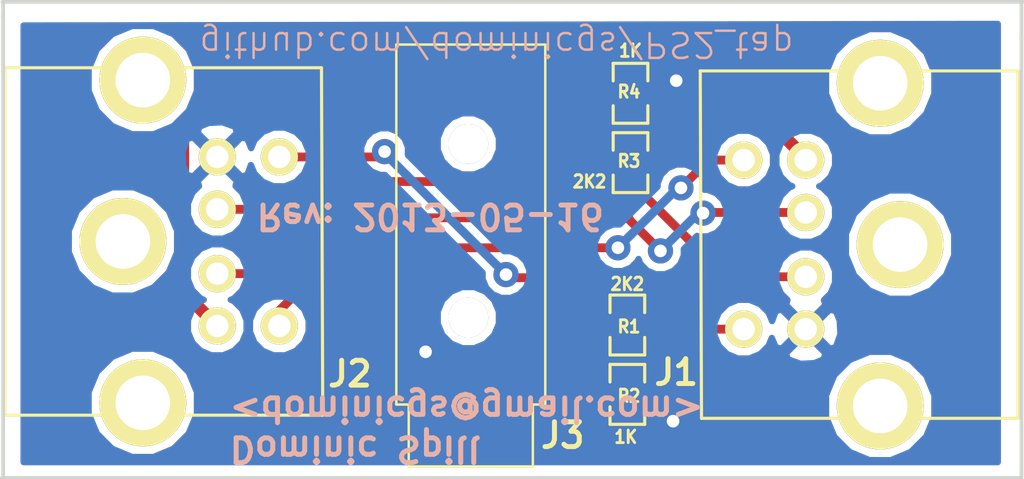
<source format=kicad_pcb>
(kicad_pcb (version 3) (host pcbnew "(2013-mar-13)-testing")

  (general
    (links 15)
    (no_connects 0)
    (area 179.590699 114.282334 260.323 174.028)
    (thickness 1.6)
    (drawings 12)
    (tracks 58)
    (zones 0)
    (modules 7)
    (nets 9)
  )

  (page A3)
  (layers
    (15 F.Cu signal)
    (0 B.Cu signal)
    (16 B.Adhes user)
    (17 F.Adhes user)
    (18 B.Paste user)
    (19 F.Paste user)
    (20 B.SilkS user)
    (21 F.SilkS user)
    (22 B.Mask user)
    (23 F.Mask user)
    (24 Dwgs.User user)
    (25 Cmts.User user)
    (26 Eco1.User user)
    (27 Eco2.User user)
    (28 Edge.Cuts user)
  )

  (setup
    (last_trace_width 0.3556)
    (trace_clearance 0.254)
    (zone_clearance 0.3048)
    (zone_45_only no)
    (trace_min 0.254)
    (segment_width 0.2)
    (edge_width 0.15)
    (via_size 1.016)
    (via_drill 0.508)
    (via_min_size 0.889)
    (via_min_drill 0.508)
    (uvia_size 0.508)
    (uvia_drill 0.127)
    (uvias_allowed no)
    (uvia_min_size 0.508)
    (uvia_min_drill 0.127)
    (pcb_text_width 0.3)
    (pcb_text_size 1.5 1.5)
    (mod_edge_width 0.15)
    (mod_text_size 1.5 1.5)
    (mod_text_width 0.15)
    (pad_size 1.4 1.4)
    (pad_drill 0.6)
    (pad_to_mask_clearance 0.2)
    (aux_axis_origin 0 0)
    (visible_elements FFFFFF7F)
    (pcbplotparams
      (layerselection 284196865)
      (usegerberextensions true)
      (excludeedgelayer true)
      (linewidth 152400)
      (plotframeref false)
      (viasonmask false)
      (mode 1)
      (useauxorigin false)
      (hpglpennumber 1)
      (hpglpenspeed 20)
      (hpglpendiameter 15)
      (hpglpenoverlay 2)
      (psnegative false)
      (psa4output false)
      (plotreference true)
      (plotvalue true)
      (plotothertext true)
      (plotinvisibletext false)
      (padsonsilk false)
      (subtractmaskfromsilk true)
      (outputformat 1)
      (mirror false)
      (drillshape 0)
      (scaleselection 1)
      (outputdirectory gerbers/))
  )

  (net 0 "")
  (net 1 /CLK)
  (net 2 /CLK_OUT)
  (net 3 /DATA)
  (net 4 /DATA_OUT)
  (net 5 /M_CLK)
  (net 6 /M_DATA)
  (net 7 /VCC)
  (net 8 GND)

  (net_class Default "This is the default net class."
    (clearance 0.254)
    (trace_width 0.3556)
    (via_dia 1.016)
    (via_drill 0.508)
    (uvia_dia 0.508)
    (uvia_drill 0.127)
    (add_net "")
    (add_net /CLK)
    (add_net /CLK_OUT)
    (add_net /DATA)
    (add_net /DATA_OUT)
    (add_net /M_CLK)
    (add_net /M_DATA)
  )

  (net_class Power ""
    (clearance 0.254)
    (trace_width 0.508)
    (via_dia 1.016)
    (via_drill 0.508)
    (uvia_dia 0.508)
    (uvia_drill 0.127)
    (add_net /VCC)
    (add_net GND)
  )

  (module MD-6006 (layer F.Cu) (tedit 5191830A) (tstamp 519137EB)
    (at 184.658 127 90)
    (path /50935B42)
    (attr virtual)
    (fp_text reference J2 (at -4.17322 4.6228 90) (layer B.SilkS) hide
      (effects (font (size 0.8128 0.8128) (thickness 0.0889)))
    )
    (fp_text value MINI_DIN_6 (at 2.68478 4.66344 90) (layer B.SilkS) hide
      (effects (font (size 0.8128 0.8128) (thickness 0.0889)))
    )
    (fp_line (start 6.9977 -4.7498) (end -6.9977 -4.7498) (layer F.SilkS) (width 0.127))
    (fp_line (start -6.9977 -4.7498) (end -6.9977 -0.24892) (layer F.SilkS) (width 0.127))
    (fp_line (start -6.9977 -0.24892) (end -6.9977 8.04926) (layer F.SilkS) (width 0.127))
    (fp_line (start -6.9977 8.04926) (end 6.9977 7.99846) (layer F.SilkS) (width 0.127))
    (fp_line (start 6.9977 7.99846) (end 6.9977 1.74752) (layer F.SilkS) (width 0.127))
    (fp_line (start 6.9977 1.74752) (end 6.9977 -0.24892) (layer F.SilkS) (width 0.127))
    (fp_line (start 6.9977 -0.24892) (end 6.9977 -4.7498) (layer F.SilkS) (width 0.127))
    (fp_text user VAL (at -1.98 -6.21 90) (layer B.SilkS) hide
      (effects (font (size 1.5 1.5) (thickness 0.02)))
    )
    (pad "" thru_hole circle (at 6.5 0.8 90) (size 3.5 3.5) (drill 2.2)
      (layers *.Cu F.SilkS F.Mask)
    )
    (pad "" thru_hole circle (at 0 0 90) (size 3.5 3.5) (drill 2.2)
      (layers *.Cu F.SilkS F.Mask)
    )
    (pad "" thru_hole circle (at -6.5 0.8 90) (size 3.5 3.5) (drill 2.2)
      (layers *.Cu F.SilkS F.Mask)
    )
    (pad 4 thru_hole circle (at -3.405 3.8 90) (size 1.5 1.5) (drill 0.9)
      (layers *.Cu *.Mask F.SilkS)
      (net 7 /VCC)
    )
    (pad 5 thru_hole circle (at 3.405 6.3 90) (size 1.5 1.5) (drill 0.9)
      (layers *.Cu *.Mask F.SilkS)
      (net 1 /CLK)
    )
    (pad 6 thru_hole circle (at -3.405 6.3 90) (size 1.5 1.5) (drill 0.9)
      (layers *.Cu *.Mask F.SilkS)
      (net 5 /M_CLK)
    )
    (pad 1 thru_hole circle (at 1.295 3.8 90) (size 1.5 1.5) (drill 0.9)
      (layers *.Cu *.Mask F.SilkS)
      (net 3 /DATA)
    )
    (pad 2 thru_hole circle (at -1.295 3.8 90) (size 1.5 1.5) (drill 0.9)
      (layers *.Cu *.Mask F.SilkS)
      (net 6 /M_DATA)
    )
    (pad 3 thru_hole circle (at 3.405 3.8 90) (size 1.5 1.5) (drill 0.9)
      (layers *.Cu *.Mask F.SilkS)
      (net 8 GND)
    )
  )

  (module MD-6006 (layer F.Cu) (tedit 5191826B) (tstamp 519137D5)
    (at 215.9635 127.127 270)
    (path /50935B3B)
    (attr virtual)
    (fp_text reference J1 (at -4.17322 4.6228 270) (layer B.SilkS) hide
      (effects (font (size 0.8128 0.8128) (thickness 0.0889)))
    )
    (fp_text value MINI_DIN_6 (at 2.68478 4.66344 270) (layer B.SilkS) hide
      (effects (font (size 0.8128 0.8128) (thickness 0.0889)))
    )
    (fp_line (start 6.9977 -4.7498) (end -6.9977 -4.7498) (layer F.SilkS) (width 0.127))
    (fp_line (start -6.9977 -4.7498) (end -6.9977 -0.24892) (layer F.SilkS) (width 0.127))
    (fp_line (start -6.9977 -0.24892) (end -6.9977 8.04926) (layer F.SilkS) (width 0.127))
    (fp_line (start -6.9977 8.04926) (end 6.9977 7.99846) (layer F.SilkS) (width 0.127))
    (fp_line (start 6.9977 7.99846) (end 6.9977 1.74752) (layer F.SilkS) (width 0.127))
    (fp_line (start 6.9977 1.74752) (end 6.9977 -0.24892) (layer F.SilkS) (width 0.127))
    (fp_line (start 6.9977 -0.24892) (end 6.9977 -4.7498) (layer F.SilkS) (width 0.127))
    (fp_text user VAL (at -1.98 -6.21 270) (layer B.SilkS) hide
      (effects (font (size 1.5 1.5) (thickness 0.02)))
    )
    (pad "" thru_hole circle (at 6.5 0.8 270) (size 3.5 3.5) (drill 2.2)
      (layers *.Cu F.SilkS F.Mask)
    )
    (pad "" thru_hole circle (at 0 0 270) (size 3.5 3.5) (drill 2.2)
      (layers *.Cu F.SilkS F.Mask)
    )
    (pad "" thru_hole circle (at -6.5 0.8 270) (size 3.5 3.5) (drill 2.2)
      (layers *.Cu F.SilkS F.Mask)
    )
    (pad 4 thru_hole circle (at -3.405 3.8 270) (size 1.5 1.5) (drill 0.9)
      (layers *.Cu *.Mask F.SilkS)
      (net 7 /VCC)
    )
    (pad 5 thru_hole circle (at 3.405 6.3 270) (size 1.5 1.5) (drill 0.9)
      (layers *.Cu *.Mask F.SilkS)
      (net 1 /CLK)
    )
    (pad 6 thru_hole circle (at -3.405 6.3 270) (size 1.5 1.5) (drill 0.9)
      (layers *.Cu *.Mask F.SilkS)
      (net 5 /M_CLK)
    )
    (pad 1 thru_hole circle (at 1.295 3.8 270) (size 1.5 1.5) (drill 0.9)
      (layers *.Cu *.Mask F.SilkS)
      (net 3 /DATA)
    )
    (pad 2 thru_hole circle (at -1.295 3.8 270) (size 1.5 1.5) (drill 0.9)
      (layers *.Cu *.Mask F.SilkS)
      (net 6 /M_DATA)
    )
    (pad 3 thru_hole circle (at 3.405 3.8 270) (size 1.5 1.5) (drill 0.9)
      (layers *.Cu *.Mask F.SilkS)
      (net 8 GND)
    )
  )

  (module SM0603_Resistor (layer F.Cu) (tedit 51943E18) (tstamp 51943E4E)
    (at 204.978 130.3655 270)
    (path /518F3957)
    (attr smd)
    (fp_text reference R1 (at 0.0635 -0.0635 360) (layer F.SilkS)
      (effects (font (size 0.50038 0.4572) (thickness 0.1143)))
    )
    (fp_text value 2K2 (at -1.651 0 360) (layer F.SilkS)
      (effects (font (size 0.508 0.4572) (thickness 0.1143)))
    )
    (fp_line (start -0.50038 -0.6985) (end -1.2065 -0.6985) (layer F.SilkS) (width 0.127))
    (fp_line (start -1.2065 -0.6985) (end -1.2065 0.6985) (layer F.SilkS) (width 0.127))
    (fp_line (start -1.2065 0.6985) (end -0.50038 0.6985) (layer F.SilkS) (width 0.127))
    (fp_line (start 1.2065 -0.6985) (end 0.50038 -0.6985) (layer F.SilkS) (width 0.127))
    (fp_line (start 1.2065 -0.6985) (end 1.2065 0.6985) (layer F.SilkS) (width 0.127))
    (fp_line (start 1.2065 0.6985) (end 0.50038 0.6985) (layer F.SilkS) (width 0.127))
    (pad 1 smd rect (at -0.762 0 270) (size 0.635 1.143)
      (layers F.Cu F.Paste F.Mask)
      (net 1 /CLK)
    )
    (pad 2 smd rect (at 0.762 0 270) (size 0.635 1.143)
      (layers F.Cu F.Paste F.Mask)
      (net 2 /CLK_OUT)
    )
    (model smd\resistors\R0603.wrl
      (at (xyz 0 0 0.001))
      (scale (xyz 0.5 0.5 0.5))
      (rotate (xyz 0 0 0))
    )
  )

  (module SM0603_Resistor (layer F.Cu) (tedit 51943E1C) (tstamp 51943E41)
    (at 204.978 133.1595 270)
    (path /518F3966)
    (attr smd)
    (fp_text reference R2 (at 0.0635 -0.0635 360) (layer F.SilkS)
      (effects (font (size 0.50038 0.4572) (thickness 0.1143)))
    )
    (fp_text value 1K (at 1.7145 0.0635 360) (layer F.SilkS)
      (effects (font (size 0.508 0.4572) (thickness 0.1143)))
    )
    (fp_line (start -0.50038 -0.6985) (end -1.2065 -0.6985) (layer F.SilkS) (width 0.127))
    (fp_line (start -1.2065 -0.6985) (end -1.2065 0.6985) (layer F.SilkS) (width 0.127))
    (fp_line (start -1.2065 0.6985) (end -0.50038 0.6985) (layer F.SilkS) (width 0.127))
    (fp_line (start 1.2065 -0.6985) (end 0.50038 -0.6985) (layer F.SilkS) (width 0.127))
    (fp_line (start 1.2065 -0.6985) (end 1.2065 0.6985) (layer F.SilkS) (width 0.127))
    (fp_line (start 1.2065 0.6985) (end 0.50038 0.6985) (layer F.SilkS) (width 0.127))
    (pad 1 smd rect (at -0.762 0 270) (size 0.635 1.143)
      (layers F.Cu F.Paste F.Mask)
      (net 2 /CLK_OUT)
    )
    (pad 2 smd rect (at 0.762 0 270) (size 0.635 1.143)
      (layers F.Cu F.Paste F.Mask)
      (net 8 GND)
    )
    (model smd\resistors\R0603.wrl
      (at (xyz 0 0 0.001))
      (scale (xyz 0.5 0.5 0.5))
      (rotate (xyz 0 0 0))
    )
  )

  (module SM0603_Resistor (layer F.Cu) (tedit 51944DB0) (tstamp 51913831)
    (at 205.105 123.825 90)
    (path /518F3975)
    (attr smd)
    (fp_text reference R3 (at 0.0635 -0.0635 180) (layer F.SilkS)
      (effects (font (size 0.50038 0.4572) (thickness 0.1143)))
    )
    (fp_text value 2K2 (at -0.762 -1.651 180) (layer F.SilkS)
      (effects (font (size 0.508 0.4572) (thickness 0.1143)))
    )
    (fp_line (start -0.50038 -0.6985) (end -1.2065 -0.6985) (layer F.SilkS) (width 0.127))
    (fp_line (start -1.2065 -0.6985) (end -1.2065 0.6985) (layer F.SilkS) (width 0.127))
    (fp_line (start -1.2065 0.6985) (end -0.50038 0.6985) (layer F.SilkS) (width 0.127))
    (fp_line (start 1.2065 -0.6985) (end 0.50038 -0.6985) (layer F.SilkS) (width 0.127))
    (fp_line (start 1.2065 -0.6985) (end 1.2065 0.6985) (layer F.SilkS) (width 0.127))
    (fp_line (start 1.2065 0.6985) (end 0.50038 0.6985) (layer F.SilkS) (width 0.127))
    (pad 1 smd rect (at -0.762 0 90) (size 0.635 1.143)
      (layers F.Cu F.Paste F.Mask)
      (net 3 /DATA)
    )
    (pad 2 smd rect (at 0.762 0 90) (size 0.635 1.143)
      (layers F.Cu F.Paste F.Mask)
      (net 4 /DATA_OUT)
    )
    (model smd\resistors\R0603.wrl
      (at (xyz 0 0 0.001))
      (scale (xyz 0.5 0.5 0.5))
      (rotate (xyz 0 0 0))
    )
  )

  (module SM0603_Resistor (layer F.Cu) (tedit 51944A65) (tstamp 5191383D)
    (at 205.105 121.031 90)
    (path /518F3BBF)
    (attr smd)
    (fp_text reference R4 (at 0.0635 -0.0635 180) (layer F.SilkS)
      (effects (font (size 0.50038 0.4572) (thickness 0.1143)))
    )
    (fp_text value 1K (at 1.7145 0 180) (layer F.SilkS)
      (effects (font (size 0.508 0.4572) (thickness 0.1143)))
    )
    (fp_line (start -0.50038 -0.6985) (end -1.2065 -0.6985) (layer F.SilkS) (width 0.127))
    (fp_line (start -1.2065 -0.6985) (end -1.2065 0.6985) (layer F.SilkS) (width 0.127))
    (fp_line (start -1.2065 0.6985) (end -0.50038 0.6985) (layer F.SilkS) (width 0.127))
    (fp_line (start 1.2065 -0.6985) (end 0.50038 -0.6985) (layer F.SilkS) (width 0.127))
    (fp_line (start 1.2065 -0.6985) (end 1.2065 0.6985) (layer F.SilkS) (width 0.127))
    (fp_line (start 1.2065 0.6985) (end 0.50038 0.6985) (layer F.SilkS) (width 0.127))
    (pad 1 smd rect (at -0.762 0 90) (size 0.635 1.143)
      (layers F.Cu F.Paste F.Mask)
      (net 4 /DATA_OUT)
    )
    (pad 2 smd rect (at 0.762 0 90) (size 0.635 1.143)
      (layers F.Cu F.Paste F.Mask)
      (net 8 GND)
    )
    (model smd\resistors\R0603.wrl
      (at (xyz 0 0 0.001))
      (scale (xyz 0.5 0.5 0.5))
      (rotate (xyz 0 0 0))
    )
  )

  (module JACK_35MM_NO_SWITCH (layer F.Cu) (tedit 51917F89) (tstamp 51916E0D)
    (at 198.501 126.238 90)
    (path /518F420F)
    (fp_text reference J3 (at -0.04 7.77 90) (layer F.SilkS) hide
      (effects (font (size 1.5 1.5) (thickness 0.15)))
    )
    (fp_text value JACK_NO_SWITCH (at -0.04 -6.45 90) (layer F.SilkS) hide
      (effects (font (size 1.5 1.5) (thickness 0.15)))
    )
    (fp_line (start 7.17 -2.83) (end 7.17 3.17) (layer F.SilkS) (width 0.1))
    (fp_line (start -7.33 3.17) (end 7.17 3.17) (layer F.SilkS) (width 0.1))
    (fp_line (start -7.33 -2.83) (end 7.17 -2.83) (layer F.SilkS) (width 0.1))
    (fp_line (start -7.33 2.67) (end -7.33 3.17) (layer F.SilkS) (width 0.1))
    (fp_line (start -7.33 -2.33) (end -7.33 -2.83) (layer F.SilkS) (width 0.1))
    (fp_line (start -9.83 -2.33) (end -7.33 -2.33) (layer F.SilkS) (width 0.1))
    (fp_line (start -9.83 2.67) (end -7.33 2.67) (layer F.SilkS) (width 0.1))
    (fp_line (start -9.83 2.67) (end -9.83 -2.33) (layer F.SilkS) (width 0.1))
    (pad 1 smd rect (at -3.23 -3.53 90) (size 2.4 2.4)
      (layers F.Cu F.Paste F.Mask)
      (net 8 GND)
    )
    (pad 2 smd rect (at 4.37 3.72 90) (size 2.9 2.9)
      (layers F.Cu F.Paste F.Mask)
      (net 4 /DATA_OUT)
    )
    (pad 3 smd rect (at -4.93 3.87 90) (size 2.4 2.4)
      (layers F.Cu F.Paste F.Mask)
      (net 2 /CLK_OUT)
    )
    (pad "" thru_hole circle (at -3.83 0.07 90) (size 1.6 1.6) (drill 1.6)
      (layers *.Cu *.Mask F.SilkS)
    )
    (pad "" thru_hole circle (at 3.17 0.07 90) (size 1.6 1.6) (drill 1.6)
      (layers *.Cu *.Mask F.SilkS)
    )
  )

  (gr_text github.com/dominicgs/PS2_tap (at 199.7075 119.0625 180) (layer B.SilkS)
    (effects (font (size 1 1) (thickness 0.1)) (justify mirror))
  )
  (gr_text "Rev: 2013-05-16" (at 197.0405 125.984 180) (layer B.SilkS)
    (effects (font (size 1 1) (thickness 0.2)) (justify mirror))
  )
  (gr_text "Dominic Spill\n<dominicgs@gmail.com>" (at 188.849 134.5565 180) (layer B.SilkS) (tstamp 519450EA)
    (effects (font (size 1 1) (thickness 0.2)) (justify left mirror))
  )
  (gr_text J3 (at 202.3745 134.8105) (layer F.SilkS)
    (effects (font (size 1 1) (thickness 0.2)))
  )
  (gr_text J2 (at 193.802 132.334) (layer F.SilkS)
    (effects (font (size 1 1) (thickness 0.2)))
  )
  (gr_text J1 (at 206.9465 132.2705) (layer F.SilkS)
    (effects (font (size 1 1) (thickness 0.2)))
  )
  (gr_line (start 179.832 117.983) (end 179.832 117.348) (angle 90) (layer Edge.Cuts) (width 0.15))
  (gr_line (start 220.8365 136.525) (end 179.7812 136.525) (angle 90) (layer Edge.Cuts) (width 0.15))
  (gr_line (start 220.853 118.872) (end 220.853 117.348) (angle 90) (layer Edge.Cuts) (width 0.15))
  (gr_line (start 179.8 117.348) (end 220.9 117.348) (angle 90) (layer Edge.Cuts) (width 0.15))
  (gr_line (start 179.832 136.525) (end 179.832 117.856) (angle 90) (layer Edge.Cuts) (width 0.15))
  (gr_line (start 220.853 118.745) (end 220.853 136.525) (angle 90) (layer Edge.Cuts) (width 0.15))

  (segment (start 204.978 129.6035) (end 203.835 128.4605) (width 0.3556) (layer F.Cu) (net 1) (status 10))
  (segment (start 203.835 128.4605) (end 200.2155 128.4605) (width 0.3556) (layer F.Cu) (net 1) (tstamp 51944EAD))
  (segment (start 200.2155 128.4605) (end 200.0885 128.3335) (width 0.3556) (layer F.Cu) (net 1) (tstamp 51944EB1))
  (via (at 200.0885 128.3335) (size 1.016) (layers F.Cu B.Cu) (net 1))
  (segment (start 200.0885 128.3335) (end 195.199 123.444) (width 0.3556) (layer B.Cu) (net 1) (tstamp 51944EB5))
  (segment (start 195.199 123.444) (end 195.199 123.3805) (width 0.3556) (layer B.Cu) (net 1) (tstamp 51944EB6))
  (via (at 195.199 123.3805) (size 1.016) (layers F.Cu B.Cu) (net 1))
  (segment (start 195.199 123.3805) (end 194.9845 123.595) (width 0.3556) (layer F.Cu) (net 1) (tstamp 51944EB9))
  (segment (start 194.9845 123.595) (end 190.958 123.595) (width 0.3556) (layer F.Cu) (net 1) (tstamp 51944EBA) (status 20))
  (segment (start 209.6635 130.532) (end 205.9065 130.532) (width 0.3556) (layer F.Cu) (net 1) (status 10))
  (segment (start 205.9065 130.532) (end 204.978 129.6035) (width 0.3556) (layer F.Cu) (net 1) (tstamp 51944CDF) (status 20))
  (segment (start 202.371 131.168) (end 204.9375 131.168) (width 0.3556) (layer F.Cu) (net 2) (status 30))
  (segment (start 204.9375 131.168) (end 204.978 131.2085) (width 0.3556) (layer F.Cu) (net 2) (tstamp 51943FF9) (status 30))
  (segment (start 204.978 131.2085) (end 204.978 132.3975) (width 0.3556) (layer F.Cu) (net 2) (tstamp 51943FFB) (status 30))
  (segment (start 205.105 124.587) (end 192.2145 124.587) (width 0.3556) (layer F.Cu) (net 3) (status 10))
  (segment (start 192.2145 124.587) (end 191.0965 125.705) (width 0.3556) (layer F.Cu) (net 3) (tstamp 51944DF7))
  (segment (start 191.0965 125.705) (end 188.458 125.705) (width 0.3556) (layer F.Cu) (net 3) (tstamp 51944DFA) (status 20))
  (segment (start 212.1635 128.422) (end 208.94 128.422) (width 0.3556) (layer F.Cu) (net 3) (status 10))
  (segment (start 208.94 128.422) (end 205.105 124.587) (width 0.3556) (layer F.Cu) (net 3) (tstamp 51944DE0) (status 20))
  (segment (start 202.221 121.868) (end 205.03 121.868) (width 0.3556) (layer F.Cu) (net 4) (status 30))
  (segment (start 205.03 121.868) (end 205.105 121.943) (width 0.3556) (layer F.Cu) (net 4) (tstamp 51944ED4) (status 30))
  (segment (start 205.105 121.943) (end 205.105 123.063) (width 0.3556) (layer F.Cu) (net 4) (tstamp 51944ED7) (status 30))
  (segment (start 190.958 130.405) (end 190.958 129.7805) (width 0.3556) (layer F.Cu) (net 5) (status 30))
  (segment (start 190.958 129.7805) (end 193.4845 127.254) (width 0.3556) (layer F.Cu) (net 5) (tstamp 51944E77) (status 10))
  (segment (start 193.4845 127.254) (end 204.597 127.254) (width 0.3556) (layer F.Cu) (net 5) (tstamp 51944E7A))
  (via (at 204.597 127.254) (size 1.016) (layers F.Cu B.Cu) (net 5))
  (segment (start 204.597 127.254) (end 207.01 124.841) (width 0.3556) (layer B.Cu) (net 5) (tstamp 51944E83))
  (segment (start 207.01 124.841) (end 207.137 124.841) (width 0.3556) (layer B.Cu) (net 5) (tstamp 51944E84))
  (via (at 207.137 124.841) (size 1.016) (layers F.Cu B.Cu) (net 5))
  (segment (start 207.137 124.841) (end 208.256 123.722) (width 0.3556) (layer F.Cu) (net 5) (tstamp 51944E86))
  (segment (start 208.256 123.722) (end 209.6635 123.722) (width 0.3556) (layer F.Cu) (net 5) (tstamp 51944E87) (status 20))
  (segment (start 205.0415 126.0475) (end 205.0415 126.111) (width 0.3556) (layer F.Cu) (net 6))
  (segment (start 205.0415 126.111) (end 206.3115 127.381) (width 0.3556) (layer F.Cu) (net 6) (tstamp 51944E8B))
  (via (at 206.3115 127.381) (size 1.016) (layers F.Cu B.Cu) (net 6))
  (segment (start 206.3115 127.381) (end 207.8355 125.857) (width 0.3556) (layer B.Cu) (net 6) (tstamp 51944E8D))
  (segment (start 207.8355 125.857) (end 208.026 125.857) (width 0.3556) (layer B.Cu) (net 6) (tstamp 51944E8E))
  (via (at 208.026 125.857) (size 1.016) (layers F.Cu B.Cu) (net 6))
  (segment (start 208.026 125.857) (end 208.051 125.832) (width 0.3556) (layer F.Cu) (net 6) (tstamp 51944E91))
  (segment (start 208.051 125.832) (end 212.1635 125.832) (width 0.3556) (layer F.Cu) (net 6) (tstamp 51944E92) (status 20))
  (segment (start 188.458 128.295) (end 190.348 128.295) (width 0.3556) (layer F.Cu) (net 6) (status 10))
  (segment (start 190.348 128.295) (end 192.5955 126.0475) (width 0.3556) (layer F.Cu) (net 6) (tstamp 51944E0C))
  (segment (start 192.5955 126.0475) (end 205.0415 126.0475) (width 0.3556) (layer F.Cu) (net 6) (tstamp 51944E10))
  (segment (start 212.1635 123.722) (end 212.1635 123.6445) (width 0.508) (layer F.Cu) (net 7) (status 30))
  (segment (start 212.1635 123.6445) (end 207.772 119.253) (width 0.508) (layer F.Cu) (net 7) (tstamp 51944CD3) (status 10))
  (segment (start 190.373 119.253) (end 207.772 119.253) (width 0.508) (layer F.Cu) (net 7))
  (segment (start 190.373 119.253) (end 187.071 122.555) (width 0.508) (layer F.Cu) (net 7) (tstamp 51918027))
  (segment (start 187.071 122.555) (end 187.071 129.018) (width 0.508) (layer F.Cu) (net 7) (tstamp 5191802F))
  (segment (start 188.458 130.405) (end 187.071 129.018) (width 0.508) (layer F.Cu) (net 7) (tstamp 51918039) (status 10))
  (segment (start 204.978 133.9215) (end 206.502 133.9215) (width 0.508) (layer F.Cu) (net 8) (status 10))
  (segment (start 206.502 133.9215) (end 206.8195 134.239) (width 0.508) (layer F.Cu) (net 8) (tstamp 51944199))
  (via (at 206.8195 134.239) (size 1.016) (layers F.Cu B.Cu) (net 8))
  (segment (start 205.105 120.269) (end 206.6925 120.269) (width 0.508) (layer F.Cu) (net 8) (status 10))
  (segment (start 206.6925 120.269) (end 206.9465 120.523) (width 0.508) (layer F.Cu) (net 8) (tstamp 5194418D))
  (via (at 206.9465 120.523) (size 1.016) (layers F.Cu B.Cu) (net 8))
  (segment (start 194.971 129.468) (end 194.971 129.566) (width 0.508) (layer F.Cu) (net 8) (status 30))
  (segment (start 194.971 129.566) (end 196.85 131.445) (width 0.508) (layer F.Cu) (net 8) (tstamp 51942AE1) (status 10))
  (via (at 196.85 131.445) (size 1.016) (layers F.Cu B.Cu) (net 8))
  (segment (start 194.971 129.341) (end 194.971 129.693) (width 0.3556) (layer F.Cu) (net 8) (status 30))

  (zone (net 8) (net_name GND) (layer B.Cu) (tstamp 51944C8D) (hatch edge 0.508)
    (connect_pads (clearance 0.3048))
    (min_thickness 0.254)
    (fill (arc_segments 16) (thermal_gap 0.508) (thermal_bridge_width 0.508))
    (polygon
      (pts
        (xy 180.5305 136.017) (xy 220.0275 136.017) (xy 220.0275 118.11) (xy 180.5305 118.1735) (xy 180.5305 119.0625)
      )
    )
    (filled_polygon
      (pts
        (xy 219.9005 135.89) (xy 218.145677 135.89) (xy 218.145677 126.694917) (xy 217.814218 125.892725) (xy 217.345677 125.423364)
        (xy 217.345677 120.194917) (xy 217.014218 119.392725) (xy 216.401004 118.778439) (xy 215.599391 118.445581) (xy 214.731417 118.444823)
        (xy 213.929225 118.776282) (xy 213.314939 119.389496) (xy 212.982081 120.191109) (xy 212.981323 121.059083) (xy 213.312782 121.861275)
        (xy 213.925996 122.475561) (xy 214.727609 122.808419) (xy 215.595583 122.809177) (xy 216.397775 122.477718) (xy 217.012061 121.864504)
        (xy 217.344919 121.062891) (xy 217.345677 120.194917) (xy 217.345677 125.423364) (xy 217.201004 125.278439) (xy 216.399391 124.945581)
        (xy 215.531417 124.944823) (xy 214.729225 125.276282) (xy 214.114939 125.889496) (xy 213.782081 126.691109) (xy 213.781323 127.559083)
        (xy 214.112782 128.361275) (xy 214.725996 128.975561) (xy 215.527609 129.308419) (xy 216.395583 129.309177) (xy 217.197775 128.977718)
        (xy 217.812061 128.364504) (xy 218.144919 127.562891) (xy 218.145677 126.694917) (xy 218.145677 135.89) (xy 217.345677 135.89)
        (xy 217.345677 133.194917) (xy 217.014218 132.392725) (xy 216.401004 131.778439) (xy 215.599391 131.445581) (xy 214.731417 131.444823)
        (xy 213.929225 131.776282) (xy 213.560698 132.144165) (xy 213.560698 130.73683) (xy 213.532728 130.186554) (xy 213.375958 129.808078)
        (xy 213.345504 129.799484) (xy 213.345504 128.187957) (xy 213.345504 125.597957) (xy 213.165965 125.163439) (xy 212.83381 124.830704)
        (xy 212.704696 124.777091) (xy 212.832061 124.724465) (xy 213.164796 124.39231) (xy 213.345094 123.958106) (xy 213.345504 123.487957)
        (xy 213.165965 123.053439) (xy 212.83381 122.720704) (xy 212.399606 122.540406) (xy 211.929457 122.539996) (xy 211.494939 122.719535)
        (xy 211.162204 123.05169) (xy 210.981906 123.485894) (xy 210.981496 123.956043) (xy 211.161035 124.390561) (xy 211.49319 124.723296)
        (xy 211.622303 124.776908) (xy 211.494939 124.829535) (xy 211.162204 125.16169) (xy 210.981906 125.595894) (xy 210.981496 126.066043)
        (xy 211.161035 126.500561) (xy 211.49319 126.833296) (xy 211.927394 127.013594) (xy 212.397543 127.014004) (xy 212.832061 126.834465)
        (xy 213.164796 126.50231) (xy 213.345094 126.068106) (xy 213.345504 125.597957) (xy 213.345504 128.187957) (xy 213.165965 127.753439)
        (xy 212.83381 127.420704) (xy 212.399606 127.240406) (xy 211.929457 127.239996) (xy 211.494939 127.419535) (xy 211.162204 127.75169)
        (xy 210.981906 128.185894) (xy 210.981496 128.656043) (xy 211.161035 129.090561) (xy 211.428567 129.35856) (xy 211.371588 129.560483)
        (xy 212.1635 130.352395) (xy 212.955412 129.560483) (xy 212.898355 129.358286) (xy 213.164796 129.09231) (xy 213.345094 128.658106)
        (xy 213.345504 128.187957) (xy 213.345504 129.799484) (xy 213.135017 129.740088) (xy 212.343105 130.532) (xy 213.135017 131.323912)
        (xy 213.375958 131.255922) (xy 213.560698 130.73683) (xy 213.560698 132.144165) (xy 213.314939 132.389496) (xy 212.982081 133.191109)
        (xy 212.981323 134.059083) (xy 213.312782 134.861275) (xy 213.925996 135.475561) (xy 214.727609 135.808419) (xy 215.595583 135.809177)
        (xy 216.397775 135.477718) (xy 217.012061 134.864504) (xy 217.344919 134.062891) (xy 217.345677 133.194917) (xy 217.345677 135.89)
        (xy 212.955412 135.89) (xy 212.955412 131.503517) (xy 212.1635 130.711605) (xy 211.983895 130.89121) (xy 211.983895 130.532)
        (xy 211.191983 129.740088) (xy 210.951042 129.808078) (xy 210.845504 130.104623) (xy 210.845504 123.487957) (xy 210.665965 123.053439)
        (xy 210.33381 122.720704) (xy 209.899606 122.540406) (xy 209.429457 122.539996) (xy 208.994939 122.719535) (xy 208.662204 123.05169)
        (xy 208.481906 123.485894) (xy 208.481496 123.956043) (xy 208.661035 124.390561) (xy 208.99319 124.723296) (xy 209.427394 124.903594)
        (xy 209.897543 124.904004) (xy 210.332061 124.724465) (xy 210.664796 124.39231) (xy 210.845094 123.958106) (xy 210.845504 123.487957)
        (xy 210.845504 130.104623) (xy 210.808538 130.208492) (xy 210.665965 129.863439) (xy 210.33381 129.530704) (xy 209.899606 129.350406)
        (xy 209.429457 129.349996) (xy 208.994939 129.529535) (xy 208.965963 129.55846) (xy 208.965963 125.670882) (xy 208.823188 125.325341)
        (xy 208.559049 125.060741) (xy 208.213758 124.917363) (xy 208.076734 124.917243) (xy 208.076963 124.654882) (xy 207.934188 124.309341)
        (xy 207.670049 124.044741) (xy 207.324758 123.901363) (xy 206.950882 123.901037) (xy 206.605341 124.043812) (xy 206.340741 124.307951)
        (xy 206.197363 124.653242) (xy 206.197242 124.791652) (xy 204.674628 126.314266) (xy 204.410882 126.314037) (xy 204.065341 126.456812)
        (xy 203.800741 126.720951) (xy 203.657363 127.066242) (xy 203.657037 127.440118) (xy 203.799812 127.785659) (xy 204.063951 128.050259)
        (xy 204.409242 128.193637) (xy 204.783118 128.193963) (xy 205.128659 128.051188) (xy 205.393259 127.787049) (xy 205.42792 127.703575)
        (xy 205.514312 127.912659) (xy 205.778451 128.177259) (xy 206.123742 128.320637) (xy 206.497618 128.320963) (xy 206.843159 128.178188)
        (xy 207.107759 127.914049) (xy 207.251137 127.568758) (xy 207.251368 127.303235) (xy 207.78152 126.773084) (xy 207.838242 126.796637)
        (xy 208.212118 126.796963) (xy 208.557659 126.654188) (xy 208.822259 126.390049) (xy 208.965637 126.044758) (xy 208.965963 125.670882)
        (xy 208.965963 129.55846) (xy 208.662204 129.86169) (xy 208.481906 130.295894) (xy 208.481496 130.766043) (xy 208.661035 131.200561)
        (xy 208.99319 131.533296) (xy 209.427394 131.713594) (xy 209.897543 131.714004) (xy 210.332061 131.534465) (xy 210.664796 131.20231)
        (xy 210.796978 130.88398) (xy 210.951042 131.255922) (xy 211.191983 131.323912) (xy 211.983895 130.532) (xy 211.983895 130.89121)
        (xy 211.371588 131.503517) (xy 211.439578 131.744458) (xy 211.95867 131.929198) (xy 212.508946 131.901228) (xy 212.887422 131.744458)
        (xy 212.955412 131.503517) (xy 212.955412 135.89) (xy 201.028463 135.89) (xy 201.028463 128.147382) (xy 200.885688 127.801841)
        (xy 200.621549 127.537241) (xy 200.276258 127.393863) (xy 200.010735 127.393631) (xy 199.803013 127.185909) (xy 199.803013 122.824055)
        (xy 199.615878 122.371153) (xy 199.269669 122.02434) (xy 198.817095 121.836415) (xy 198.327055 121.835987) (xy 197.874153 122.023122)
        (xy 197.52734 122.369331) (xy 197.339415 122.821905) (xy 197.338987 123.311945) (xy 197.526122 123.764847) (xy 197.872331 124.11166)
        (xy 198.324905 124.299585) (xy 198.814945 124.300013) (xy 199.267847 124.112878) (xy 199.61466 123.766669) (xy 199.802585 123.314095)
        (xy 199.803013 122.824055) (xy 199.803013 127.185909) (xy 196.138677 123.521573) (xy 196.138963 123.194382) (xy 195.996188 122.848841)
        (xy 195.732049 122.584241) (xy 195.386758 122.440863) (xy 195.012882 122.440537) (xy 194.667341 122.583312) (xy 194.402741 122.847451)
        (xy 194.259363 123.192742) (xy 194.259037 123.566618) (xy 194.401812 123.912159) (xy 194.665951 124.176759) (xy 195.011242 124.320137)
        (xy 195.213209 124.320313) (xy 199.148766 128.25587) (xy 199.148537 128.519618) (xy 199.291312 128.865159) (xy 199.555451 129.129759)
        (xy 199.900742 129.273137) (xy 200.274618 129.273463) (xy 200.620159 129.130688) (xy 200.884759 128.866549) (xy 201.028137 128.521258)
        (xy 201.028463 128.147382) (xy 201.028463 135.89) (xy 199.803013 135.89) (xy 199.803013 129.824055) (xy 199.615878 129.371153)
        (xy 199.269669 129.02434) (xy 198.817095 128.836415) (xy 198.327055 128.835987) (xy 197.874153 129.023122) (xy 197.52734 129.369331)
        (xy 197.339415 129.821905) (xy 197.338987 130.311945) (xy 197.526122 130.764847) (xy 197.872331 131.11166) (xy 198.324905 131.299585)
        (xy 198.814945 131.300013) (xy 199.267847 131.112878) (xy 199.61466 130.766669) (xy 199.802585 130.314095) (xy 199.803013 129.824055)
        (xy 199.803013 135.89) (xy 192.140004 135.89) (xy 192.140004 130.170957) (xy 192.140004 123.360957) (xy 191.960465 122.926439)
        (xy 191.62831 122.593704) (xy 191.194106 122.413406) (xy 190.723957 122.412996) (xy 190.289439 122.592535) (xy 189.956704 122.92469)
        (xy 189.824521 123.243019) (xy 189.670458 122.871078) (xy 189.429517 122.803088) (xy 189.249912 122.982693) (xy 189.249912 122.623483)
        (xy 189.181922 122.382542) (xy 188.66283 122.197802) (xy 188.112554 122.225772) (xy 187.734078 122.382542) (xy 187.666088 122.623483)
        (xy 188.458 123.415395) (xy 189.249912 122.623483) (xy 189.249912 122.982693) (xy 188.637605 123.595) (xy 189.429517 124.386912)
        (xy 189.670458 124.318922) (xy 189.812961 123.918507) (xy 189.955535 124.263561) (xy 190.28769 124.596296) (xy 190.721894 124.776594)
        (xy 191.192043 124.777004) (xy 191.626561 124.597465) (xy 191.959296 124.26531) (xy 192.139594 123.831106) (xy 192.140004 123.360957)
        (xy 192.140004 130.170957) (xy 191.960465 129.736439) (xy 191.62831 129.403704) (xy 191.194106 129.223406) (xy 190.723957 129.222996)
        (xy 190.289439 129.402535) (xy 189.956704 129.73469) (xy 189.776406 130.168894) (xy 189.775996 130.639043) (xy 189.955535 131.073561)
        (xy 190.28769 131.406296) (xy 190.721894 131.586594) (xy 191.192043 131.587004) (xy 191.626561 131.407465) (xy 191.959296 131.07531)
        (xy 192.139594 130.641106) (xy 192.140004 130.170957) (xy 192.140004 135.89) (xy 189.640004 135.89) (xy 189.640004 130.170957)
        (xy 189.460465 129.736439) (xy 189.12831 129.403704) (xy 188.999196 129.350091) (xy 189.126561 129.297465) (xy 189.459296 128.96531)
        (xy 189.639594 128.531106) (xy 189.640004 128.060957) (xy 189.640004 125.470957) (xy 189.460465 125.036439) (xy 189.192932 124.768439)
        (xy 189.249912 124.566517) (xy 188.458 123.774605) (xy 188.278395 123.95421) (xy 188.278395 123.595) (xy 187.640177 122.956782)
        (xy 187.640177 120.067917) (xy 187.308718 119.265725) (xy 186.695504 118.651439) (xy 185.893891 118.318581) (xy 185.025917 118.317823)
        (xy 184.223725 118.649282) (xy 183.609439 119.262496) (xy 183.276581 120.064109) (xy 183.275823 120.932083) (xy 183.607282 121.734275)
        (xy 184.220496 122.348561) (xy 185.022109 122.681419) (xy 185.890083 122.682177) (xy 186.692275 122.350718) (xy 187.306561 121.737504)
        (xy 187.639419 120.935891) (xy 187.640177 120.067917) (xy 187.640177 122.956782) (xy 187.486483 122.803088) (xy 187.245542 122.871078)
        (xy 187.060802 123.39017) (xy 187.088772 123.940446) (xy 187.245542 124.318922) (xy 187.486483 124.386912) (xy 188.278395 123.595)
        (xy 188.278395 123.95421) (xy 187.666088 124.566517) (xy 187.723144 124.768713) (xy 187.456704 125.03469) (xy 187.276406 125.468894)
        (xy 187.275996 125.939043) (xy 187.455535 126.373561) (xy 187.78769 126.706296) (xy 188.221894 126.886594) (xy 188.692043 126.887004)
        (xy 189.126561 126.707465) (xy 189.459296 126.37531) (xy 189.639594 125.941106) (xy 189.640004 125.470957) (xy 189.640004 128.060957)
        (xy 189.460465 127.626439) (xy 189.12831 127.293704) (xy 188.694106 127.113406) (xy 188.223957 127.112996) (xy 187.789439 127.292535)
        (xy 187.456704 127.62469) (xy 187.276406 128.058894) (xy 187.275996 128.529043) (xy 187.455535 128.963561) (xy 187.78769 129.296296)
        (xy 187.916803 129.349908) (xy 187.789439 129.402535) (xy 187.456704 129.73469) (xy 187.276406 130.168894) (xy 187.275996 130.639043)
        (xy 187.455535 131.073561) (xy 187.78769 131.406296) (xy 188.221894 131.586594) (xy 188.692043 131.587004) (xy 189.126561 131.407465)
        (xy 189.459296 131.07531) (xy 189.639594 130.641106) (xy 189.640004 130.170957) (xy 189.640004 135.89) (xy 187.640177 135.89)
        (xy 187.640177 133.067917) (xy 187.308718 132.265725) (xy 186.840177 131.796364) (xy 186.840177 126.567917) (xy 186.508718 125.765725)
        (xy 185.895504 125.151439) (xy 185.093891 124.818581) (xy 184.225917 124.817823) (xy 183.423725 125.149282) (xy 182.809439 125.762496)
        (xy 182.476581 126.564109) (xy 182.475823 127.432083) (xy 182.807282 128.234275) (xy 183.420496 128.848561) (xy 184.222109 129.181419)
        (xy 185.090083 129.182177) (xy 185.892275 128.850718) (xy 186.506561 128.237504) (xy 186.839419 127.435891) (xy 186.840177 126.567917)
        (xy 186.840177 131.796364) (xy 186.695504 131.651439) (xy 185.893891 131.318581) (xy 185.025917 131.317823) (xy 184.223725 131.649282)
        (xy 183.609439 132.262496) (xy 183.276581 133.064109) (xy 183.275823 133.932083) (xy 183.607282 134.734275) (xy 184.220496 135.348561)
        (xy 185.022109 135.681419) (xy 185.890083 135.682177) (xy 186.692275 135.350718) (xy 187.306561 134.737504) (xy 187.639419 133.935891)
        (xy 187.640177 133.067917) (xy 187.640177 135.89) (xy 180.6575 135.89) (xy 180.6575 119.0625) (xy 180.6575 118.300296)
        (xy 219.9005 118.237204) (xy 219.9005 135.89)
      )
    )
  )
)

</source>
